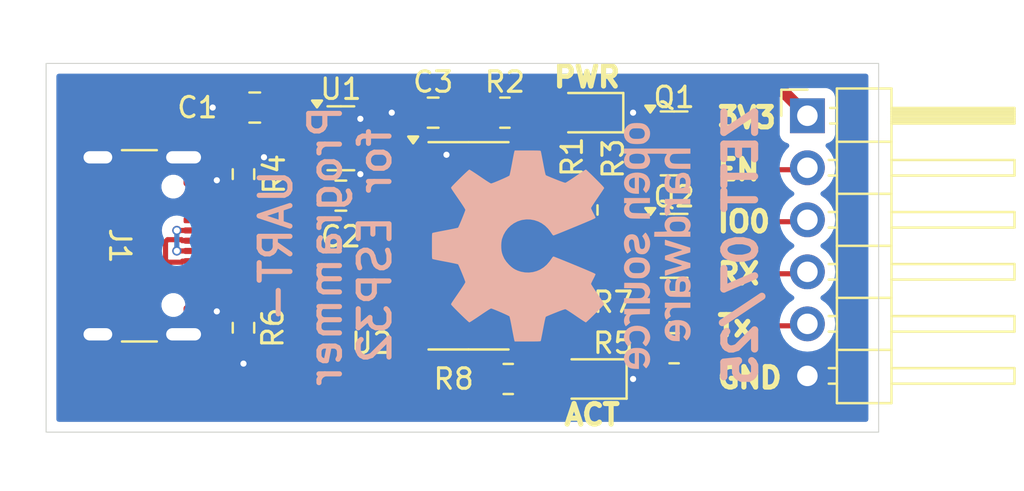
<source format=kicad_pcb>
(kicad_pcb (version 20240108) (generator "pcbnew") (generator_version "8.0")
  (layers (0 "F.Cu" signal) (31 "B.Cu" signal) (34 "B.Paste" user) (35 "F.Paste" user) (36 "B.SilkS" user "B.Silkscreen") (37 "F.SilkS" user "F.Silkscreen") (38 "B.Mask" user) (39 "F.Mask" user) (44 "Edge.Cuts" user))
  (net 0 "")
  (net 1 "GND")
  (net 2 "/ACT_A")
  (net 3 "VBUS")
  (net 4 "+3V3")
  (net 5 "/USB_D+")
  (net 6 "/USB_CC2")
  (net 7 "/USB_CC1")
  (net 8 "/USB_D-")
  (net 11 "/Prog_Rx")
  (net 12 "/Prog_EN")
  (net 13 "/Prog_IO0")
  (net 14 "/Prog_Tx")
  (net 15 "/PWR_A")
  (net 16 "Net-(Q1-B)")
  (net 17 "/Conv_RTS")
  (net 18 "/Conv_DTR")
  (net 19 "Net-(Q2-B)")
  (net 20 "/Conv_Tx")
  (net 21 "/Conv_Rx")
  (footprint "Capacitor_SMD:C_0805_2012Metric" (layer "F.Cu") (at 141.25 97.55)
    (property "Reference" "C2" (at 0 2.000001 0) (layer "F.SilkS"))
    (property "Value" "1u")
    (pad "1" smd roundrect (at -0.949999 0) (size 1 1.45) (layers "F.Cu" "F.Paste" "F.Mask") (net 4 "+3V3"))
    (pad "2" smd roundrect (at 0.949999 0) (size 1 1.45) (layers "F.Cu" "F.Paste" "F.Mask") (net 1 "GND"))
  )
  (footprint "Resistor_SMD:R_0805_2012Metric" (layer "F.Cu") (at 157.5 105)
    (property "Reference" "R5" (at -2.975 -0.25 0) (layer "F.SilkS"))
    (property "Value" "R")
    (pad "1" smd roundrect (at -0.9125 0) (size 1.025 1.4) (layers "F.Cu" "F.Paste" "F.Mask") (roundrect_rratio 0.243902) (net 20 "/Conv_Tx"))
    (pad "2" smd roundrect (at 0.9125 0) (size 1.025 1.4) (layers "F.Cu" "F.Paste" "F.Mask") (roundrect_rratio 0.243902) (net 14 "/Prog_Tx"))
  )
  (footprint "Resistor_SMD:R_0603_1608Metric" (layer "F.Cu") (at 136.5 96.5 90)
    (property "Reference" "R4" (at 0 1.5 90) (layer "F.SilkS"))
    (property "Value" "5k1")
    (pad "1" smd roundrect (at -0.825 0 90) (size 0.8 0.95) (layers "F.Cu" "F.Paste" "F.Mask") (net 7 "/USB_CC1"))
    (pad "2" smd roundrect (at 0.825 0 90) (size 0.8 0.95) (layers "F.Cu" "F.Paste" "F.Mask") (net 1 "GND"))
  )
  (footprint "LED_SMD:LED_0805_2012Metric" (layer "F.Cu") (at 153.3375 93.5 180)
    (property "Reference" "D1" (hide yes))
    (property "Value" "LED")
    (pad "1" smd roundrect (at -0.937501 0 180) (size 0.975 1.4) (layers "F.Cu" "F.Paste" "F.Mask") (net 1 "GND"))
    (pad "2" smd roundrect (at 0.937501 0 180) (size 0.975 1.4) (layers "F.Cu" "F.Paste" "F.Mask") (net 15 "/PWR_A"))
  )
  (footprint "Package_TO_SOT_SMD:SOT-23" (layer "F.Cu") (at 141.25 94.75)
    (property "Reference" "U1" (at 0 -2.4 0) (layer "F.SilkS"))
    (property "Value" "Torex Semicon XC6206P332MR-G")
    (pad "1" smd roundrect (at -0.9375 -0.95) (size 1.475 0.6) (layers "F.Cu" "F.Paste" "F.Mask") (net 3 "VBUS"))
    (pad "2" smd roundrect (at -0.9375 0.95) (size 1.475 0.6) (layers "F.Cu" "F.Paste" "F.Mask") (net 4 "+3V3"))
    (pad "3" smd roundrect (at 0.937501 0) (size 1.475 0.6) (layers "F.Cu" "F.Paste" "F.Mask") (net 1 "GND"))
  )
  (footprint "Resistor_SMD:R_0805_2012Metric" (layer "F.Cu") (at 157.5 103)
    (property "Reference" "R7" (at -2.975 -0.25 0) (layer "F.SilkS"))
    (property "Value" "R")
    (pad "1" smd roundrect (at -0.9125 0) (size 1.025 1.4) (layers "F.Cu" "F.Paste" "F.Mask") (roundrect_rratio 0.243902) (net 21 "/Conv_Rx"))
    (pad "2" smd roundrect (at 0.9125 0) (size 1.025 1.4) (layers "F.Cu" "F.Paste" "F.Mask") (roundrect_rratio 0.243902) (net 11 "/Prog_Rx"))
  )
  (footprint "Package_TO_SOT_SMD:SOT-23" (layer "F.Cu") (at 157.5 100)
    (property "Reference" "Q2" (at 0 -2.4 0) (layer "F.SilkS"))
    (property "Value" "SS8050")
    (pad "1" smd roundrect (at -0.9375 -0.95) (size 1.475 0.6) (layers "F.Cu" "F.Paste" "F.Mask") (net 19 "Net-(Q2-B)"))
    (pad "2" smd roundrect (at -0.9375 0.95) (size 1.475 0.6) (layers "F.Cu" "F.Paste" "F.Mask") (net 13 "/Prog_IO0"))
    (pad "3" smd roundrect (at 0.9375 0) (size 1.475 0.6) (layers "F.Cu" "F.Paste" "F.Mask") (net 18 "/Conv_DTR"))
  )
  (footprint "Capacitor_SMD:C_0805_2012Metric" (layer "F.Cu") (at 137.050001 93.25 180)
    (property "Reference" "C1" (at 2.800001 0 0) (layer "F.SilkS"))
    (property "Value" "1u")
    (pad "1" smd roundrect (at -0.949999 0 180) (size 1 1.45) (layers "F.Cu" "F.Paste" "F.Mask") (net 3 "VBUS"))
    (pad "2" smd roundrect (at 0.949999 0 180) (size 1 1.45) (layers "F.Cu" "F.Paste" "F.Mask") (net 1 "GND"))
  )
  (footprint "Connector_USB:USB_C_Receptacle_GCT_USB4105-xx-A_16P_TopMnt_Horizontal" (layer "F.Cu") (at 130.475 100 -90)
    (property "Reference" "J1" (at 0 0 -90) (layer "F.SilkS"))
    (property "Value" "USB_C_Receptacle_USB2.0_16P")
    (pad "" np_thru_hole circle (at -2.89 -2.605 270) (size 0.65 0.65) (drill 0.65) (layers "F&B.Cu" "*.Mask"))
    (pad "" np_thru_hole circle (at 2.89 -2.605 270) (size 0.65 0.65) (drill 0.65) (layers "F&B.Cu" "*.Mask"))
    (pad "A1" smd roundrect (at -3.2 -3.68 270) (size 0.6 1.15) (layers "F.Cu" "F.Paste" "F.Mask") (net 1 "GND"))
    (pad "A4" smd roundrect (at -2.4 -3.68 270) (size 0.6 1.15) (layers "F.Cu" "F.Paste" "F.Mask") (net 3 "VBUS"))
    (pad "A5" smd roundrect (at -1.25 -3.679999 270) (size 0.3 1.15) (layers "F.Cu" "F.Paste" "F.Mask") (net 7 "/USB_CC1"))
    (pad "A6" smd roundrect (at -0.25 -3.68 270) (size 0.3 1.15) (layers "F.Cu" "F.Paste" "F.Mask") (net 5 "/USB_D+"))
    (pad "A7" smd roundrect (at 0.25 -3.68 270) (size 0.3 1.15) (layers "F.Cu" "F.Paste" "F.Mask") (net 8 "/USB_D-"))
    (pad "A8" smd roundrect (at 1.25 -3.679999 270) (size 0.3 1.15) (layers "F.Cu" "F.Paste" "F.Mask"))
    (pad "A9" smd roundrect (at 2.4 -3.68 270) (size 0.6 1.15) (layers "F.Cu" "F.Paste" "F.Mask") (net 3 "VBUS"))
    (pad "A12" smd roundrect (at 3.2 -3.68 270) (size 0.6 1.15) (layers "F.Cu" "F.Paste" "F.Mask") (net 1 "GND"))
    (pad "B1" smd roundrect (at 3.2 -3.68 270) (size 0.6 1.15) (layers "F.Cu" "F.Paste" "F.Mask") (net 1 "GND"))
    (pad "B4" smd roundrect (at 2.4 -3.68 270) (size 0.6 1.15) (layers "F.Cu" "F.Paste" "F.Mask") (net 3 "VBUS"))
    (pad "B5" smd roundrect (at 1.75 -3.68 270) (size 0.3 1.15) (layers "F.Cu" "F.Paste" "F.Mask") (net 6 "/USB_CC2"))
    (pad "B6" smd roundrect (at 0.75 -3.68 270) (size 0.3 1.15) (layers "F.Cu" "F.Paste" "F.Mask") (net 5 "/USB_D+"))
    (pad "B7" smd roundrect (at -0.75 -3.68 270) (size 0.3 1.15) (layers "F.Cu" "F.Paste" "F.Mask") (net 8 "/USB_D-"))
    (pad "B8" smd roundrect (at -1.75 -3.68 270) (size 0.3 1.15) (layers "F.Cu" "F.Paste" "F.Mask"))
    (pad "B9" smd roundrect (at -2.4 -3.68 270) (size 0.6 1.15) (layers "F.Cu" "F.Paste" "F.Mask") (net 3 "VBUS"))
    (pad "B12" smd roundrect (at -3.2 -3.68 270) (size 0.6 1.15) (layers "F.Cu" "F.Paste" "F.Mask") (net 1 "GND"))
    (pad "S1" thru_hole oval (at -4.32 -3.105 270) (size 1 2.1) (drill oval 0.6 1.7) (layers "*.Cu" "*.Mask" "F.Paste") (net 1 "GND"))
    (pad "S1" thru_hole oval (at -4.32 1.075 270) (size 1 1.8) (drill oval 0.6 1.4) (layers "*.Cu" "*.Mask" "F.Paste") (net 1 "GND"))
    (pad "S1" thru_hole oval (at 4.32 -3.105 270) (size 1 2.1) (drill oval 0.6 1.7) (layers "*.Cu" "*.Mask" "F.Paste") (net 1 "GND"))
    (pad "S1" thru_hole oval (at 4.32 1.075 270) (size 1 1.8) (drill oval 0.6 1.4) (layers "*.Cu" "*.Mask" "F.Paste") (net 1 "GND"))
  )
  (footprint "Resistor_SMD:R_0805_2012Metric" (layer "F.Cu") (at 152.5 98.25 90)
    (property "Reference" "R1" (at 2.595 0.025 90) (layer "F.SilkS"))
    (property "Value" "10k")
    (pad "1" smd roundrect (at -0.9125 0 90) (size 1.025 1.4) (layers "F.Cu" "F.Paste" "F.Mask") (roundrect_rratio 0.243902) (net 18 "/Conv_DTR"))
    (pad "2" smd roundrect (at 0.9125 0 90) (size 1.025 1.4) (layers "F.Cu" "F.Paste" "F.Mask") (roundrect_rratio 0.243902) (net 16 "Net-(Q1-B)"))
  )
  (footprint "Resistor_SMD:R_0603_1608Metric" (layer "F.Cu") (at 136.5 104 -90)
    (property "Reference" "R6" (at 0 -1.43 90) (layer "F.SilkS"))
    (property "Value" "5k1")
    (pad "1" smd roundrect (at -0.825 0 270) (size 0.8 0.95) (layers "F.Cu" "F.Paste" "F.Mask") (net 6 "/USB_CC2"))
    (pad "2" smd roundrect (at 0.825 0 270) (size 0.8 0.95) (layers "F.Cu" "F.Paste" "F.Mask") (net 1 "GND"))
  )
  (footprint "Capacitor_SMD:C_0805_2012Metric" (layer "F.Cu") (at 145.75 93.5 180)
    (property "Reference" "C3" (at 0 1.5 0) (layer "F.SilkS"))
    (property "Value" "100n")
    (pad "1" smd roundrect (at -0.949999 0 180) (size 1 1.45) (layers "F.Cu" "F.Paste" "F.Mask") (net 4 "+3V3"))
    (pad "2" smd roundrect (at 0.949999 0 180) (size 1 1.45) (layers "F.Cu" "F.Paste" "F.Mask") (net 1 "GND"))
  )
  (footprint "Package_SO:SOIC-16_3.9x9.9mm_P1.27mm" (layer "F.Cu") (at 147.475 100)
    (property "Reference" "U2" (at -4.725 4.75 0) (layer "F.SilkS"))
    (property "Value" "CH340C")
    (pad "1" smd roundrect (at -2.475 -4.445) (size 1.95 0.6) (layers "F.Cu" "F.Paste" "F.Mask") (net 1 "GND"))
    (pad "2" smd roundrect (at -2.475 -3.175) (size 1.95 0.6) (layers "F.Cu" "F.Paste" "F.Mask") (net 20 "/Conv_Tx"))
    (pad "3" smd roundrect (at -2.475 -1.905) (size 1.95 0.6) (layers "F.Cu" "F.Paste" "F.Mask") (net 21 "/Conv_Rx"))
    (pad "4" smd roundrect (at -2.475 -0.635) (size 1.95 0.6) (layers "F.Cu" "F.Paste" "F.Mask") (net 4 "+3V3"))
    (pad "5" smd roundrect (at -2.475 0.635) (size 1.95 0.6) (layers "F.Cu" "F.Paste" "F.Mask") (net 5 "/USB_D+"))
    (pad "6" smd roundrect (at -2.475 1.905) (size 1.95 0.6) (layers "F.Cu" "F.Paste" "F.Mask") (net 8 "/USB_D-"))
    (pad "7" smd roundrect (at -2.475 3.175) (size 1.95 0.6) (layers "F.Cu" "F.Paste" "F.Mask"))
    (pad "8" smd roundrect (at -2.475 4.445) (size 1.95 0.6) (layers "F.Cu" "F.Paste" "F.Mask"))
    (pad "9" smd roundrect (at 2.475 4.445) (size 1.95 0.6) (layers "F.Cu" "F.Paste" "F.Mask"))
    (pad "10" smd roundrect (at 2.475 3.175) (size 1.95 0.6) (layers "F.Cu" "F.Paste" "F.Mask"))
    (pad "11" smd roundrect (at 2.475 1.905) (size 1.95 0.6) (layers "F.Cu" "F.Paste" "F.Mask"))
    (pad "12" smd roundrect (at 2.475 0.635) (size 1.95 0.6) (layers "F.Cu" "F.Paste" "F.Mask"))
    (pad "13" smd roundrect (at 2.475 -0.635) (size 1.95 0.6) (layers "F.Cu" "F.Paste" "F.Mask") (net 18 "/Conv_DTR"))
    (pad "14" smd roundrect (at 2.475 -1.905) (size 1.95 0.6) (layers "F.Cu" "F.Paste" "F.Mask") (net 17 "/Conv_RTS"))
    (pad "15" smd roundrect (at 2.475 -3.175) (size 1.95 0.6) (layers "F.Cu" "F.Paste" "F.Mask"))
    (pad "16" smd roundrect (at 2.475 -4.445) (size 1.95 0.6) (layers "F.Cu" "F.Paste" "F.Mask") (net 4 "+3V3"))
  )
  (footprint "LED_SMD:LED_0805_2012Metric" (layer "F.Cu") (at 153.5 106.5 180)
    (property "Reference" "D2" (hide yes))
    (property "Value" "LED")
    (pad "1" smd roundrect (at -0.937501 0 180) (size 0.975 1.4) (layers "F.Cu" "F.Paste" "F.Mask") (net 1 "GND"))
    (pad "2" smd roundrect (at 0.937501 0 180) (size 0.975 1.4) (layers "F.Cu" "F.Paste" "F.Mask") (net 2 "/ACT_A"))
  )
  (footprint "Resistor_SMD:R_0805_2012Metric" (layer "F.Cu") (at 149.4125 106.5)
    (property "Reference" "R8" (at -2.6625 0 0) (layer "F.SilkS"))
    (property "Value" "1k")
    (pad "1" smd roundrect (at -0.9125 0) (size 1.025 1.4) (layers "F.Cu" "F.Paste" "F.Mask") (roundrect_rratio 0.243902) (net 20 "/Conv_Tx"))
    (pad "2" smd roundrect (at 0.9125 0) (size 1.025 1.4) (layers "F.Cu" "F.Paste" "F.Mask") (roundrect_rratio 0.243902) (net 2 "/ACT_A"))
  )
  (footprint "Resistor_SMD:R_0805_2012Metric" (layer "F.Cu") (at 154.5 98.25 -90)
    (property "Reference" "R3" (at -2.5 -0.025 90) (layer "F.SilkS"))
    (property "Value" "10k")
    (pad "1" smd roundrect (at -0.9125 0 270) (size 1.025 1.4) (layers "F.Cu" "F.Paste" "F.Mask") (roundrect_rratio 0.243902) (net 17 "/Conv_RTS"))
    (pad "2" smd roundrect (at 0.9125 0 270) (size 1.025 1.4) (layers "F.Cu" "F.Paste" "F.Mask") (roundrect_rratio 0.243902) (net 19 "Net-(Q2-B)"))
  )
  (footprint "Package_TO_SOT_SMD:SOT-23" (layer "F.Cu") (at 157.5 95)
    (property "Reference" "Q1" (at 0 -2.25 0) (layer "F.SilkS"))
    (property "Value" "SS8050")
    (pad "1" smd roundrect (at -0.9375 -0.95) (size 1.475 0.6) (layers "F.Cu" "F.Paste" "F.Mask") (net 16 "Net-(Q1-B)"))
    (pad "2" smd roundrect (at -0.9375 0.95) (size 1.475 0.6) (layers "F.Cu" "F.Paste" "F.Mask") (net 17 "/Conv_RTS"))
    (pad "3" smd roundrect (at 0.9375 0) (size 1.475 0.6) (layers "F.Cu" "F.Paste" "F.Mask") (net 12 "/Prog_EN"))
  )
  (footprint "Connector_PinHeader_2.54mm:PinHeader_1x06_P2.54mm_Horizontal" (layer "F.Cu") (at 164 93.65)
    (property "Reference" "J2" (hide yes))
    (property "Value" "Conn_01x06")
    (pad "1" thru_hole rect (at 0 0) (size 1.7 1.7) (drill 1) (layers "*.Cu" "*.Mask") (net 4 "+3V3"))
    (pad "2" thru_hole oval (at 0 2.54) (size 1.7 1.7) (drill 1) (layers "*.Cu" "*.Mask") (net 12 "/Prog_EN"))
    (pad "3" thru_hole oval (at 0 5.08) (size 1.7 1.7) (drill 1) (layers "*.Cu" "*.Mask") (net 13 "/Prog_IO0"))
    (pad "4" thru_hole oval (at 0 7.62) (size 1.7 1.7) (drill 1) (layers "*.Cu" "*.Mask") (net 11 "/Prog_Rx"))
    (pad "5" thru_hole oval (at 0 10.16) (size 1.7 1.7) (drill 1) (layers "*.Cu" "*.Mask") (net 14 "/Prog_Tx"))
    (pad "6" thru_hole oval (at 0 12.7) (size 1.7 1.7) (drill 1) (layers "*.Cu" "*.Mask") (net 1 "GND"))
  )
  (footprint "Resistor_SMD:R_0805_2012Metric" (layer "F.Cu") (at 149.25 93.5)
    (property "Reference" "R2" (at 0 -1.5 0) (layer "F.SilkS"))
    (property "Value" "1k")
    (pad "1" smd roundrect (at -0.9125 0) (size 1.025 1.4) (layers "F.Cu" "F.Paste" "F.Mask") (roundrect_rratio 0.243902) (net 4 "+3V3"))
    (pad "2" smd roundrect (at 0.9125 0) (size 1.025 1.4) (layers "F.Cu" "F.Paste" "F.Mask") (roundrect_rratio 0.243902) (net 15 "/PWR_A"))
  )
  (footprint "LOGO" (layer "B.Cu") (at 152 100 -90)
    (property "Reference" "G***" (hide yes))
    (property "Value" "LOGO" (hide yes))
  )
  (gr_rect (start 126.875 91.095) (end 167.475 109.095) (stroke (width 0.05)) (fill none) (layer "Edge.Cuts"))
  (gr_text "ZETT 07/25" (at 160.75 100 90) (layer "B.SilkS") (effects (font (size 1.5 1.5) (thickness 0.35) (bold yes)) (justify mirror)))
  (gr_text "UART-\nProgrammer\nfor ESP32" (at 140.5 100 90) (layer "B.SilkS") (effects (font (size 1.5 1.5) (thickness 0.25) (bold yes)) (justify mirror)))
  (gr_text "PWR" (at 153.25 91.75 0) (layer "F.SilkS") (effects (font (size 1 1) (thickness 0.25) (bold yes))))
  (gr_text "IO0" (at 159.5 98.825 0) (layer "F.SilkS") (effects (font (size 1 1) (thickness 0.25) (bold yes)) (justify left)))
  (gr_text "Tx" (at 159.5 103.905 0) (layer "F.SilkS") (effects (font (size 1 1) (thickness 0.25) (bold yes)) (justify left)))
  (gr_text "3V3\n" (at 159.5 93.745 0) (layer "F.SilkS") (effects (font (size 1 1) (thickness 0.25) (bold yes)) (justify left)))
  (gr_text "RX" (at 159.5 101.365 0) (layer "F.SilkS") (effects (font (size 1 1) (thickness 0.25) (bold yes)) (justify left)))
  (gr_text "EN" (at 159.5 96.285 0) (layer "F.SilkS") (effects (font (size 1 1) (thickness 0.25) (bold yes)) (justify left)))
  (gr_text "GND" (at 159.5 106.445 0) (layer "F.SilkS") (effects (font (size 1 1) (thickness 0.25) (bold yes)) (justify left)))
  (gr_text "ACT\n" (at 153.5 108.25 0) (layer "F.SilkS") (effects (font (size 1 1) (thickness 0.25) (bold yes))))
  (segment (start 142.199999 94.762498) (end 142.187501 94.75) (width 0.6) (layer "F.Cu") (net 1))
  (segment (start 136.5 95.675) (end 137.5 95.675) (width 0.6) (layer "F.Cu") (net 1))
  (segment (start 142.2 97.549999) (end 142.199999 97.55) (width 0.6) (layer "F.Cu") (net 1))
  (segment (start 135.2 103.2) (end 134.155 103.2) (width 0.6) (layer "F.Cu") (net 1))
  (segment (start 136.5 105.75) (end 136.5 104.85) (width 0.6) (layer "F.Cu") (net 1))
  (segment (start 155.5 93.5) (end 154.275001 93.5) (width 0.6) (layer "F.Cu") (net 1))
  (segment (start 135.2 96.8) (end 134.155 96.8) (width 0.6) (layer "F.Cu") (net 1))
  (segment (start 145 95.555) (end 146.4 95.555) (width 0.6) (layer "F.Cu") (net 1))
  (segment (start 142.2 94.737501) (end 142.187501 94.75) (width 0.6) (layer "F.Cu") (net 1))
  (segment (start 143.731249 93.5) (end 144.66875 93.5) (width 0.6) (layer "F.Cu") (net 1))
  (segment (start 135.999999 93.25) (end 135.000001 93.25) (width 0.6) (layer "F.Cu") (net 1))
  (segment (start 142.2 96.5) (end 142.2 97.549999) (width 0.6) (layer "F.Cu") (net 1))
  (segment (start 136.5 104.85) (end 136.475 104.825) (width 0.6) (layer "F.Cu") (net 1))
  (segment (start 155.5 106.5) (end 154.437501 106.5) (width 0.6) (layer "F.Cu") (net 1))
  (segment (start 142.2 93.8) (end 142.2 94.737501) (width 0.6) (layer "F.Cu") (net 1))
  (via (at 137.5 95.675) (size 0.6) (drill 0.3) (layers "F.Cu" "B.Cu") (net 1))
  (via (at 136.5 105.75) (size 0.6) (drill 0.3) (layers "F.Cu" "B.Cu") (net 1))
  (via (at 135.000001 93.25) (size 0.6) (drill 0.3) (layers "F.Cu" "B.Cu") (net 1))
  (via (at 143.731249 93.5) (size 0.6) (drill 0.3) (layers "F.Cu" "B.Cu") (net 1))
  (via (at 155.5 93.5) (size 0.6) (drill 0.3) (layers "F.Cu" "B.Cu") (net 1))
  (via (at 155.5 106.5) (size 0.6) (drill 0.3) (layers "F.Cu" "B.Cu") (net 1))
  (via (at 142.2 93.8) (size 0.6) (drill 0.3) (layers "F.Cu" "B.Cu") (net 1))
  (via (at 135.2 96.8) (size 0.6) (drill 0.3) (layers "F.Cu" "B.Cu") (net 1))
  (via (at 146.4 95.555) (size 0.6) (drill 0.3) (layers "F.Cu" "B.Cu") (net 1))
  (via (at 142.2 96.5) (size 0.6) (drill 0.3) (layers "F.Cu" "B.Cu") (net 1))
  (via (at 135.2 103.2) (size 0.6) (drill 0.3) (layers "F.Cu" "B.Cu") (net 1))
  (segment (start 150.325 106.5) (end 152.562499 106.5) (width 0.25) (layer "F.Cu") (net 2))
  (segment (start 131.25 96) (end 131.25 100.75) (width 0.6) (layer "F.Cu") (net 3))
  (segment (start 131.25 95) (end 131.825 94.425) (width 0.6) (layer "F.Cu") (net 3))
  (segment (start 140.3125 93.8) (end 139.3 93.8) (width 0.6) (layer "F.Cu") (net 3))
  (segment (start 133.656317 102.4) (end 133.256317 102) (width 0.35) (layer "F.Cu") (net 3))
  (segment (start 133.256317 102) (end 132.5 102) (width 0.35) (layer "F.Cu") (net 3))
  (segment (start 138 94) (end 138 93.25) (width 0.6) (layer "F.Cu") (net 3))
  (segment (start 133.656317 97.6) (end 133.256317 98) (width 0.35) (layer "F.Cu") (net 3))
  (segment (start 139.3 93.8) (end 138.75 93.25) (width 0.6) (layer "F.Cu") (net 3))
  (segment (start 132.5 98) (end 131.25 96.75) (width 0.35) (layer "F.Cu") (net 3))
  (segment (start 138.75 93.25) (end 138 93.25) (width 0.6) (layer "F.Cu") (net 3))
  (segment (start 133.256317 98) (end 132.5 98) (width 0.35) (layer "F.Cu") (net 3))
  (segment (start 137.575 94.425) (end 138 94) (width 0.6) (layer "F.Cu") (net 3))
  (segment (start 131.25 96) (end 131.25 95) (width 0.6) (layer "F.Cu") (net 3))
  (segment (start 131.25 96.75) (end 131.25 96) (width 0.35) (layer "F.Cu") (net 3))
  (segment (start 134.155 97.6) (end 133.656317 97.6) (width 0.35) (layer "F.Cu") (net 3))
  (segment (start 131.25 100.75) (end 132.5 102) (width 0.6) (layer "F.Cu") (net 3))
  (segment (start 131.825 94.425) (end 137.575 94.425) (width 0.6) (layer "F.Cu") (net 3))
  (segment (start 134.155 102.4) (end 133.656317 102.4) (width 0.35) (layer "F.Cu") (net 3))
  (segment (start 140.3125 95.7) (end 143.027316 95.7) (width 0.6) (layer "F.Cu") (net 4))
  (segment (start 148.75 92.25) (end 148.3375 92.6625) (width 0.6) (layer "F.Cu") (net 4))
  (segment (start 148.262499 93.575001) (end 148.3375 93.5) (width 0.6) (layer "F.Cu") (net 4))
  (segment (start 145 99.365) (end 142.115001 99.365) (width 0.6) (layer "F.Cu") (net 4))
  (segment (start 140.300001 97.55) (end 140.300001 95.712499) (width 0.6) (layer "F.Cu") (net 4))
  (segment (start 148.3375 92.6625) (end 148.3375 93.5) (width 0.6) (layer "F.Cu") (net 4))
  (segment (start 148.3375 93.5) (end 148.425 93.5) (width 0.6) (layer "F.Cu") (net 4))
  (segment (start 142.115001 99.365) (end 140.300001 97.55) (width 0.6) (layer "F.Cu") (net 4))
  (segment (start 164.1 93.745) (end 162.605 92.25) (width 0.6) (layer "F.Cu") (net 4))
  (segment (start 162.605 92.25) (end 148.75 92.25) (width 0.6) (layer "F.Cu") (net 4))
  (segment (start 143.977316 94.75) (end 147.5 94.75) (width 0.6) (layer "F.Cu") (net 4))
  (segment (start 143.027316 95.7) (end 143.977316 94.75) (width 0.6) (layer "F.Cu") (net 4))
  (segment (start 140.300001 95.712499) (end 140.3125 95.7) (width 0.6) (layer "F.Cu") (net 4))
  (segment (start 143.537499 100.635) (end 143.502499 100.67) (width 1) (layer "F.Cu") (net 5))
  (segment (start 135.25 99.75) (end 135.52692 99.47308) (width 0.25) (layer "F.Cu") (net 5))
  (segment (start 135.52692 99.47308) (end 136.279232 99.47308) (width 0.25) (layer "F.Cu") (net 5))
  (segment (start 134.155 100.75) (end 133.527818 100.75) (width 0.25) (layer "F.Cu") (net 5))
  (segment (start 134.155 99.75) (end 135.25 99.75) (width 0.25) (layer "F.Cu") (net 5))
  (segment (start 133.527818 99.75) (end 134.155 99.75) (width 0.25) (layer "F.Cu") (net 5))
  (segment (start 132.8 99.7) (end 133.477818 99.7) (width 0.25) (layer "F.Cu") (net 5))
  (segment (start 132.7 99.8) (end 132.8 99.7) (width 0.25) (layer "F.Cu") (net 5))
  (segment (start 133.477818 99.7) (end 133.527818 99.75) (width 0.25) (layer "F.Cu") (net 5))
  (segment (start 132.8 100.8) (end 132.7 100.7) (width 0.25) (layer "F.Cu") (net 5))
  (segment (start 132.7 100.7) (end 132.7 99.8) (width 0.25) (layer "F.Cu") (net 5))
  (segment (start 141.26853 100.67) (end 140.07161 99.47308) (width 1) (layer "F.Cu") (net 5))
  (segment (start 133.527818 100.75) (end 133.477818 100.8) (width 0.25) (layer "F.Cu") (net 5))
  (segment (start 145 100.635) (end 143.537499 100.635) (width 1) (layer "F.Cu") (net 5))
  (segment (start 143.502499 100.67) (end 141.26853 100.67) (width 1) (layer "F.Cu") (net 5))
  (segment (start 140.07161 99.47308) (end 136.279232 99.47308) (width 1) (layer "F.Cu") (net 5))
  (segment (start 133.477818 100.8) (end 132.8 100.8) (width 0.25) (layer "F.Cu") (net 5))
  (segment (start 136.5 103.175) (end 136.5 102.5) (width 0.25) (layer "F.Cu") (net 6))
  (segment (start 134.155 101.75) (end 135.75 101.75) (width 0.25) (layer "F.Cu") (net 6))
  (segment (start 136.475 103.175) (end 136.5 103.15) (width 0.2) (layer "F.Cu") (net 6))
  (segment (start 135.75 101.75) (end 136.5 102.5) (width 0.25) (layer "F.Cu") (net 6))
  (segment (start 135.75 98.75) (end 136.5 98) (width 0.25) (layer "F.Cu") (net 7))
  (segment (start 136.5 97.325) (end 136.5 98) (width 0.25) (layer "F.Cu") (net 7))
  (segment (start 134.154999 98.75) (end 135.75 98.75) (width 0.25) (layer "F.Cu") (net 7))
  (segment (start 143.502499 101.87) (end 140.77147 101.87) (width 1) (layer "F.Cu") (net 8))
  (segment (start 134.155 100.25) (end 135.25 100.25) (width 0.25) (layer "F.Cu") (net 8))
  (segment (start 145 101.905) (end 143.537499 101.905) (width 1) (layer "F.Cu") (net 8))
  (segment (start 135.25 100.25) (end 135.67308 100.67308) (width 0.25) (layer "F.Cu") (net 8))
  (segment (start 134.155 99.25) (end 133.25 99.25) (width 0.25) (layer "F.Cu") (net 8))
  (segment (start 143.537499 101.905) (end 143.502499 101.87) (width 1) (layer "F.Cu") (net 8))
  (segment (start 135.67308 100.67308) (end 136.279232 100.67308) (width 0.25) (layer "F.Cu") (net 8))
  (segment (start 139.57455 100.67308) (end 136.279232 100.67308) (width 1) (layer "F.Cu") (net 8))
  (segment (start 140.77147 101.87) (end 139.57455 100.67308) (width 1) (layer "F.Cu") (net 8))
  (segment (start 133.25 100.25) (end 134.155 100.25) (width 0.25) (layer "F.Cu") (net 8))
  (via (at 133.25 100.25) (size 0.45) (drill 0.3) (layers "F.Cu" "B.Cu") (net 8))
  (via (at 133.25 99.25) (size 0.45) (drill 0.3) (layers "F.Cu" "B.Cu") (net 8))
  (segment (start 133.25 99.25) (end 133.25 100.25) (width 0.25) (layer "B.Cu") (net 8))
  (segment (start 158.4125 103) (end 159.75 103) (width 0.25) (layer "F.Cu") (net 11))
  (segment (start 161.385 101.365) (end 164.1 101.365) (width 0.25) (layer "F.Cu") (net 11))
  (segment (start 159.75 103) (end 161.385 101.365) (width 0.25) (layer "F.Cu") (net 11))
  (segment (start 158.4375 95) (end 160.25 95) (width 0.25) (layer "F.Cu") (net 12))
  (segment (start 161.535 96.285) (end 164.1 96.285) (width 0.25) (layer "F.Cu") (net 12))
  (segment (start 160.25 95) (end 161.535 96.285) (width 0.25) (layer "F.Cu") (net 12))
  (segment (start 161.425 98.825) (end 164.1 98.825) (width 0.25) (layer "F.Cu") (net 13))
  (segment (start 159.3 100.95) (end 161.425 98.825) (width 0.25) (layer "F.Cu") (net 13))
  (segment (start 156.5625 100.95) (end 159.3 100.95) (width 0.25) (layer "F.Cu") (net 13))
  (segment (start 158.4125 105) (end 160.25 105) (width 0.25) (layer "F.Cu") (net 14))
  (segment (start 160.25 105) (end 161.345 103.905) (width 0.25) (layer "F.Cu") (net 14))
  (segment (start 161.345 103.905) (end 164.1 103.905) (width 0.25) (layer "F.Cu") (net 14))
  (segment (start 150.1625 93.5) (end 152.399999 93.5) (width 0.25) (layer "F.Cu") (net 15))
  (segment (start 152.5 96) (end 153.5 95) (width 0.25) (layer "F.Cu") (net 16))
  (segment (start 156 95) (end 156.5625 94.4375) (width 0.25) (layer "F.Cu") (net 16))
  (segment (start 152.5 97.3375) (end 152.5 96) (width 0.25) (layer "F.Cu") (net 16))
  (segment (start 156.5625 94.4375) (end 156.5625 94.05) (width 0.25) (layer "F.Cu") (net 16))
  (segment (start 153.5 95) (end 156 95) (width 0.25) (layer "F.Cu") (net 16))
  (segment (start 155.05 95.95) (end 156.5625 95.95) (width 0.25) (layer "F.Cu") (net 17))
  (segment (start 154.5 98.125) (end 154.5 97.3375) (width 0.25) (layer "F.Cu") (net 17))
  (segment (start 154.5 96.5) (end 155.05 95.95) (width 0.25) (layer "F.Cu") (net 17))
  (segment (start 154.5 97.3375) (end 154.5 96.5) (width 0.25) (layer "F.Cu") (net 17))
  (segment (start 149.95 98.095) (end 149.98 98.125) (width 0.25) (layer "F.Cu") (net 17))
  (segment (start 149.98 98.125) (end 154.5 98.125) (width 0.25) (layer "F.Cu") (net 17))
  (segment (start 152.5 100) (end 152.5 99.1625) (width 0.25) (layer "F.Cu") (net 18))
  (segment (start 152.2975 99.365) (end 152.5 99.1625) (width 0.25) (layer "F.Cu") (net 18))
  (segment (start 149.95 99.365) (end 152.2975 99.365) (width 0.25) (layer "F.Cu") (net 18))
  (segment (start 158.4375 100) (end 152.5 100) (width 0.25) (layer "F.Cu") (net 18))
  (segment (start 156.5625 99.05) (end 154.6125 99.05) (width 0.25) (layer "F.Cu") (net 19))
  (segment (start 154.6125 99.05) (end 154.5 99.1625) (width 0.25) (layer "F.Cu") (net 19))
  (segment (start 145.965196 98.75) (end 147.505 100.289804) (width 0.25) (layer "F.Cu") (net 20))
  (segment (start 147.505 102.995) (end 148.38 103.87) (width 0.25) (layer "F.Cu") (net 20))
  (segment (start 154.75 105) (end 153.62 103.87) (width 0.25) (layer "F.Cu") (net 20))
  (segment (start 143.5 98.5) (end 143.75 98.75) (width 0.25) (layer "F.Cu") (net 20))
  (segment (start 143.75 98.75) (end 145.965196 98.75) (width 0.25) (layer "F.Cu") (net 20))
  (segment (start 148.5875 107) (end 148.5 106.9125) (width 0.2) (layer "F.Cu") (net 20))
  (segment (start 148.5 106.5) (end 148.5 103.99) (width 0.25) (layer "F.Cu") (net 20))
  (segment (start 143.5 97) (end 143.5 98.5) (width 0.25) (layer "F.Cu") (net 20))
  (segment (start 147.505 100.289804) (end 147.505 102.995) (width 0.25) (layer "F.Cu") (net 20))
  (segment (start 143.675 96.825) (end 143.5 97) (width 0.25) (layer "F.Cu") (net 20))
  (segment (start 156.5875 105) (end 154.75 105) (width 0.25) (layer "F.Cu") (net 20))
  (segment (start 153.62 103.87) (end 148.38 103.87) (width 0.25) (layer "F.Cu") (net 20))
  (segment (start 148.5 103.99) (end 148.38 103.87) (width 0.25) (layer "F.Cu") (net 20))
  (segment (start 145 96.825) (end 143.675 96.825) (width 0.25) (layer "F.Cu") (net 20))
  (segment (start 145 98.095) (end 147.595 98.095) (width 0.25) (layer "F.Cu") (net 21))
  (segment (start 153.5 101.25) (end 155.25 103) (width 0.25) (layer "F.Cu") (net 21))
  (segment (start 148.75 101.25) (end 153.5 101.25) (width 0.25) (layer "F.Cu") (net 21))
  (segment (start 147.595 98.095) (end 148.5 99) (width 0.25) (layer "F.Cu") (net 21))
  (segment (start 148.5 101) (end 148.75 101.25) (width 0.25) (layer "F.Cu") (net 21))
  (segment (start 156.45625 102.45625) (end 157 103) (width 0.2) (layer "F.Cu") (net 21))
  (segment (start 155.25 103) (end 156.5875 103) (width 0.25) (layer "F.Cu") (net 21))
  (segment (start 148.5 99) (end 148.5 101) (width 0.25) (layer "F.Cu") (net 21))
  (zone (net 4) (net_name "+3V3") (layer "F.Cu") (priority 100) (connect_pads yes (clearance 0.2)) (min_thickness 0.2) (fill yes (thermal_gap 0.2) (thermal_bridge_width 0.5))
    (polygon (pts (xy 146.2 93) (xy 146.4 92.8) (xy 148.6 92.8) (xy 148.847617 93.048547) (xy 148.847617 94.148547) (xy 148.850514 95.103114) (xy 150.9 95.1) (xy 150.9 96) (xy 147.6 96) (xy 146.2 94.6)))
  )
  (zone (net 1) (net_name "GND") (layer "B.Cu") (priority 100) (connect_pads yes (clearance 0.5)) (min_thickness 0.25) (fill yes (thermal_gap 0.5) (thermal_bridge_width 0.5))
    (polygon (pts (xy 125 88) (xy 169 88) (xy 169 112) (xy 125 112)))
  )
)
</source>
